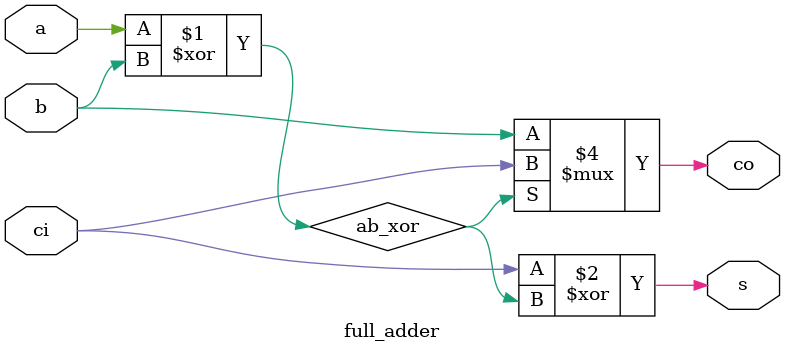
<source format=v>
/*
 * Module `full_adder`
 *
 * 2 bits adder with carry input
 * Outputs 1 bit and a carry
 */

module full_adder(output s, co,
                  input a, b, ci);
    // output of XOR gate A
    wire ab_xor = a ^ b;
    // output of XOR gate B
    xor(s, ci, ab_xor);
    // Assign output co variable (Multiplexer)
    assign co = (ab_xor == 0) ? b : ci;
endmodule

</source>
